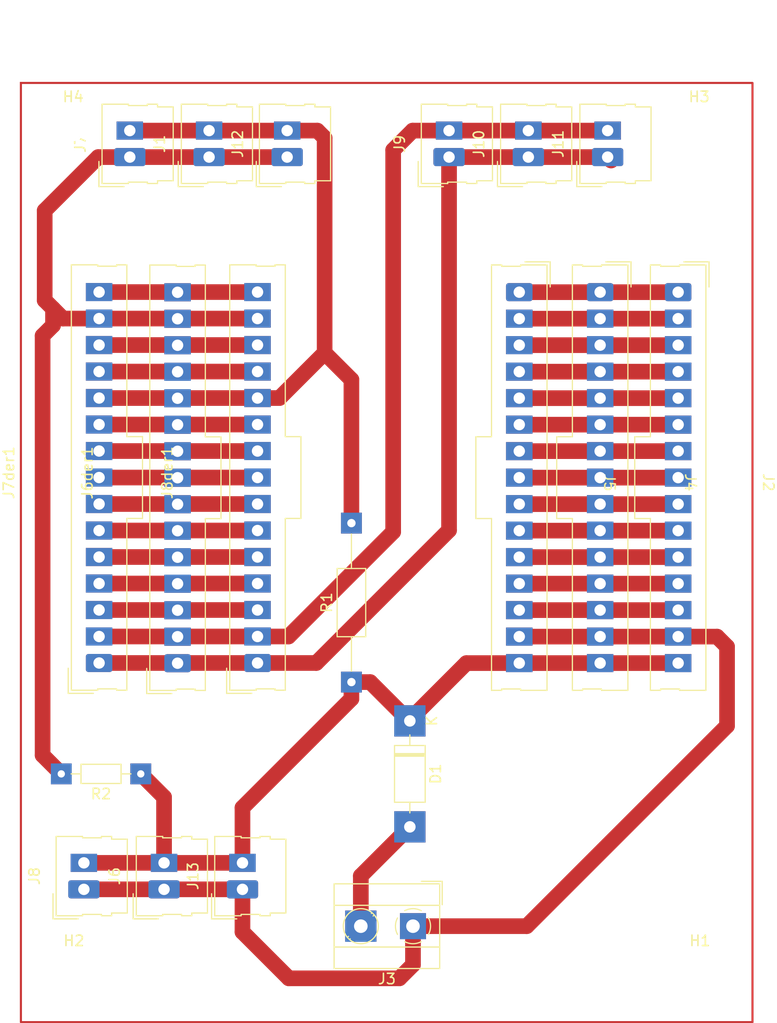
<source format=kicad_pcb>
(kicad_pcb (version 20211014) (generator pcbnew)
  (layers (0 "F.Cu" signal) (31 "B.Cu" signal) (34 "B.Paste" user) (35 "F.Paste" user) (36 "B.SilkS" user "B.Silkscreen") (37 "F.SilkS" user "F.Silkscreen") (38 "B.Mask" user) (39 "F.Mask" user) (44 "Edge.Cuts" user))
  (net 0 "")
  (net 1 "GND")
  (net 2 "VIN")
  (net 3 "D21")
  (net 4 "D22")
  (net 5 "EN")
  (net 6 "VP")
  (net 7 "VN")
  (net 8 "D34")
  (net 9 "D35")
  (net 10 "D32")
  (net 11 "D33")
  (net 12 "D25")
  (net 13 "D26")
  (net 14 "D27")
  (net 15 "D14")
  (net 16 "D12")
  (net 17 "D13")
  (net 18 "3V3")
  (net 19 "GND2")
  (net 20 "D15")
  (net 21 "D2")
  (net 22 "D4")
  (net 23 "RX2")
  (net 24 "TX2")
  (net 25 "D5")
  (net 26 "D18")
  (net 27 "D19")
  (net 28 "RX0")
  (net 29 "TX0")
  (net 30 "D23")
  (net 31 "Net-(J3-Pad2)")
  (footprint "esp32_ur:Connector_Molex_Molex_SL_171971-0004_1x02_P2.54mm_Vertical_squares" (layer "F.Cu") (at 149.3175 69.8 90)
    (fp_text reference "J10" (at 0 -0.5 90 unlocked) (layer "F.SilkS"))
    (fp_text value "Conn_01x02_Female")
    (fp_line (start -3.8 5.92) (end -3.8 6.9) (layer "F.SilkS") (width 0.12))
    (fp_line (start -3.8 6.9) (end -3.54 6.9) (layer "F.SilkS") (width 0.12))
    (fp_line (start 3.54 8.4) (end 3.54 6.9) (layer "F.SilkS") (width 0.12))
    (fp_line (start 3.8 1.58) (end -3.8 1.58) (layer "F.SilkS") (width 0.12))
    (fp_line (start -4.1 1.28) (end -1.69 1.28) (layer "F.SilkS") (width 0.12))
    (fp_line (start -3.8 1.58) (end -3.8 4.11) (layer "F.SilkS") (width 0.12))
    (fp_line (start -3.54 8.4) (end 3.54 8.4) (layer "F.SilkS") (width 0.12))
    (fp_line (start -3.8 4.11) (end -3.67 4.11) (layer "F.SilkS") (width 0.12))
    (fp_line (start -3.54 6.9) (end -3.54 8.4) (layer "F.SilkS") (width 0.12))
    (fp_line (start 3.67 5.92) (end 3.67 4.11) (layer "F.SilkS") (width 0.12))
    (fp_line (start -3.67 4.11) (end -3.67 5.92) (layer "F.SilkS") (width 0.12))
    (fp_line (start 3.8 4.11) (end 3.8 1.58) (layer "F.SilkS") (width 0.12))
    (fp_line (start -4.1 3.69) (end -4.1 1.28) (layer "F.SilkS") (width 0.12))
    (fp_line (start 3.8 6.9) (end 3.8 5.92) (layer "F.SilkS") (width 0.12))
    (fp_line (start -3.67 5.92) (end -3.8 5.92) (layer "F.SilkS") (width 0.12))
    (fp_line (start 3.8 5.92) (end 3.67 5.92) (layer "F.SilkS") (width 0.12))
    (fp_line (start 3.67 4.11) (end 3.8 4.11) (layer "F.SilkS") (width 0.12))
    (fp_line (start 3.54 6.9) (end 3.8 6.9) (layer "F.SilkS") (width 0.12))
    (pad "1" thru_hole roundrect (at -1.27 4.24 90) (size 1.74 3) (drill 1.09) (layers *.Cu *.Mask) (roundrect_rratio 0.1436781609) (net 18 "3V3"))
    (pad "2" thru_hole rect (at 1.27 4.24 90) (size 1.74 2.54) (drill 1.09) (layers *.Cu *.Mask) (net 19 "GND2"))
  )
  (footprint "esp32_ur:Connector_Molex_Molex_SL_171971-0004_1x02_P2.54mm_Vertical_squares" (layer "F.Cu") (at 126.2 69.8 90)
    (fp_text reference "J12" (at 0 -0.5 90 unlocked) (layer "F.SilkS"))
    (fp_text value "Conn_01x02_Female")
    (fp_line (start -3.67 4.11) (end -3.67 5.92) (layer "F.SilkS") (width 0.12))
    (fp_line (start -3.67 5.92) (end -3.8 5.92) (layer "F.SilkS") (width 0.12))
    (fp_line (start -4.1 1.28) (end -1.69 1.28) (layer "F.SilkS") (width 0.12))
    (fp_line (start 3.8 6.9) (end 3.8 5.92) (layer "F.SilkS") (width 0.12))
    (fp_line (start 3.8 5.92) (end 3.67 5.92) (layer "F.SilkS") (width 0.12))
    (fp_line (start -3.8 5.92) (end -3.8 6.9) (layer "F.SilkS") (width 0.12))
    (fp_line (start -3.8 1.58) (end -3.8 4.11) (layer "F.SilkS") (width 0.12))
    (fp_line (start 3.8 4.11) (end 3.8 1.58) (layer "F.SilkS") (width 0.12))
    (fp_line (start 3.67 5.92) (end 3.67 4.11) (layer "F.SilkS") (width 0.12))
    (fp_line (start -4.1 3.69) (end -4.1 1.28) (layer "F.SilkS") (width 0.12))
    (fp_line (start 3.67 4.11) (end 3.8 4.11) (layer "F.SilkS") (width 0.12))
    (fp_line (start -3.54 6.9) (end -3.54 8.4) (layer "F.SilkS") (width 0.12))
    (fp_line (start 3.54 8.4) (end 3.54 6.9) (layer "F.SilkS") (width 0.12))
    (fp_line (start -3.8 6.9) (end -3.54 6.9) (layer "F.SilkS") (width 0.12))
    (fp_line (start 3.54 6.9) (end 3.8 6.9) (layer "F.SilkS") (width 0.12))
    (fp_line (start 3.8 1.58) (end -3.8 1.58) (layer "F.SilkS") (width 0.12))
    (fp_line (start -3.54 8.4) (end 3.54 8.4) (layer "F.SilkS") (width 0.12))
    (fp_line (start -3.8 4.11) (end -3.67 4.11) (layer "F.SilkS") (width 0.12))
    (pad "1" thru_hole roundrect (at -1.27 4.24 90) (size 1.74 3) (drill 1.09) (layers *.Cu *.Mask) (roundrect_rratio 0.1436781609) (net 4 "D22"))
    (pad "2" thru_hole rect (at 1.27 4.24 90) (size 1.74 2.54) (drill 1.09) (layers *.Cu *.Mask) (net 3 "D21"))
  )
  (footprint "Resistor_THT:R_Axial_DIN0204_L3.6mm_D1.6mm_P7.62mm_Horizontal" (layer "F.Cu") (at 116.41 130.2 180)
    (fp_text reference "R2" (at 3.81 -1.92 180) (layer "F.SilkS"))
    (fp_text value "R")
    (fp_line (start 5.73 0.92) (end 5.73 -0.92) (layer "F.SilkS") (width 0.12))
    (fp_line (start 0.94 0) (end 1.89 0) (layer "F.SilkS") (width 0.12))
    (fp_line (start 5.73 -0.92) (end 1.89 -0.92) (layer "F.SilkS") (width 0.12))
    (fp_line (start 6.68 0) (end 5.73 0) (layer "F.SilkS") (width 0.12))
    (fp_line (start 1.89 -0.92) (end 1.89 0.92) (layer "F.SilkS") (width 0.12))
    (fp_line (start 1.89 0.92) (end 5.73 0.92) (layer "F.SilkS") (width 0.12))
    (pad "1" thru_hole rect (at 0 0 180) (size 2 2) (drill 0.7) (layers *.Cu *.Mask) (net 2 "VIN"))
    (pad "2" thru_hole rect (at 7.62 0 180) (size 2 2) (drill 0.7) (layers *.Cu *.Mask) (net 4 "D22"))
  )
  (footprint "Resistor_THT:R_Axial_DIN0207_L6.3mm_D2.5mm_P15.24mm_Horizontal" (layer "F.Cu") (at 136.6 121.4 90)
    (fp_text reference "R1" (at 7.62 -2.37 90) (layer "F.SilkS"))
    (fp_text value "R")
    (fp_line (start 10.89 -1.37) (end 4.35 -1.37) (layer "F.SilkS") (width 0.12))
    (fp_line (start 1.04 0) (end 4.35 0) (layer "F.SilkS") (width 0.12))
    (fp_line (start 14.2 0) (end 10.89 0) (layer "F.SilkS") (width 0.12))
    (fp_line (start 4.35 -1.37) (end 4.35 1.37) (layer "F.SilkS") (width 0.12))
    (fp_line (start 10.89 1.37) (end 10.89 -1.37) (layer "F.SilkS") (width 0.12))
    (fp_line (start 4.35 1.37) (end 10.89 1.37) (layer "F.SilkS") (width 0.12))
    (pad "1" thru_hole rect (at 0 0 90) (size 2 2) (drill 0.8) (layers *.Cu *.Mask) (net 2 "VIN"))
    (pad "2" thru_hole rect (at 15.24 0 90) (size 2 2) (drill 0.8) (layers *.Cu *.Mask) (net 3 "D21"))
  )
  (footprint "esp32_ur:Connector_Molex_Molex_SL_171971-0015_1x15_P2.54mm_Vertical_squares" (layer "F.Cu") (at 111.7875 101.35 90)
    (fp_text reference "J6der1" (at 0 -0.5 90 unlocked) (layer "F.SilkS"))
    (fp_text value "Conn_01x15_Female")
    (fp_line (start 19.8 8.02) (end 19.93 8.02) (layer "F.SilkS") (width 0.12))
    (fp_line (start -4.38 10.81) (end -4.38 12.31) (layer "F.SilkS") (width 0.12))
    (fp_line (start 19.8 9.83) (end 19.8 8.02) (layer "F.SilkS") (width 0.12))
    (fp_line (start 19.93 10.81) (end 19.93 9.83) (layer "F.SilkS") (width 0.12))
    (fp_line (start 3.46 12.31) (end 3.46 10.81) (layer "F.SilkS") (width 0.12))
    (fp_line (start -20.85 9.83) (end -20.85 10.81) (layer "F.SilkS") (width 0.12))
    (fp_line (start 19.93 5.49) (end -20.85 5.49) (layer "F.SilkS") (width 0.12))
    (fp_line (start -20.72 8.02) (end -20.72 9.83) (layer "F.SilkS") (width 0.12))
    (fp_line (start -20.85 8.02) (end -20.72 8.02) (layer "F.SilkS") (width 0.12))
    (fp_line (start -4.38 12.31) (end 3.46 12.31) (layer "F.SilkS") (width 0.12))
    (fp_line (start 19.93 8.02) (end 19.93 5.49) (layer "F.SilkS") (width 0.12))
    (fp_line (start -21.15 7.6) (end -21.15 5.19) (layer "F.SilkS") (width 0.12))
    (fp_line (start -20.72 9.83) (end -20.85 9.83) (layer "F.SilkS") (width 0.12))
    (fp_line (start -21.15 5.19) (end -18.74 5.19) (layer "F.SilkS") (width 0.12))
    (fp_line (start -20.85 10.81) (end -4.38 10.81) (layer "F.SilkS") (width 0.12))
    (fp_line (start -20.85 5.49) (end -20.85 8.02) (layer "F.SilkS") (width 0.12))
    (fp_line (start 19.93 9.83) (end 19.8 9.83) (layer "F.SilkS") (width 0.12))
    (fp_line (start 3.46 10.81) (end 19.93 10.81) (layer "F.SilkS") (width 0.12))
    (pad "1" thru_hole roundrect (at -18.24 8.15 90) (size 1.74 2.54) (drill 1.09) (layers *.Cu *.Mask) (roundrect_rratio 0.1436781609) (net 18 "3V3"))
    (pad "2" thru_hole rect (at -15.7 8.15 90) (size 1.74 2.54) (drill 1.09) (layers *.Cu *.Mask) (net 19 "GND2"))
    (pad "3" thru_hole rect (at -13.16 8.15 90) (size 1.74 2.54) (drill 1.09) (layers *.Cu *.Mask) (net 20 "D15"))
    (pad "4" thru_hole rect (at -10.62 8.15 90) (size 1.74 2.54) (drill 1.09) (layers *.Cu *.Mask) (net 21 "D2"))
    (pad "5" thru_hole rect (at -8.08 8.15 90) (size 1.74 2.54) (drill 1.09) (layers *.Cu *.Mask) (net 22 "D4"))
    (pad "6" thru_hole rect (at -5.54 8.15 90) (size 1.74 2.54) (drill 1.09) (layers *.Cu *.Mask) (net 23 "RX2"))
    (pad "7" thru_hole rect (at -3 8.15 90) (size 1.74 2.54) (drill 1.09) (layers *.Cu *.Mask) (net 24 "TX2"))
    (pad "8" thru_hole rect (at -0.46 8.15 90) (size 1.74 2.54) (drill 1.09) (layers *.Cu *.Mask) (net 25 "D5"))
    (pad "9" thru_hole rect (at 2.08 8.15 90) (size 1.74 2.54) (drill 1.09) (layers *.Cu *.Mask) (net 26 "D18"))
    (pad "10" thru_hole rect (at 4.62 8.15 90) (size 1.74 2.54) (drill 1.09) (layers *.Cu *.Mask) (net 27 "D19"))
    (pad "11" thru_hole rect (at 7.16 8.15 90) (size 1.74 2.54) (drill 1.09) (layers *.Cu *.Mask) (net 3 "D21"))
    (pad "12" thru_hole rect (at 9.7 8.15 90) (size 1.74 2.54) (drill 1.09) (layers *.Cu *.Mask) (net 28 "RX0"))
    (pad "13" thru_hole rect (at 12.24 8.15 90) (size 1.74 2.54) (drill 1.09) (layers *.Cu *.Mask) (net 29 "TX0"))
    (pad "14" thru_hole rect (at 14.78 8.15 90) (size 1.74 2.54) (drill 1.09) (layers *.Cu *.Mask) (net 4 "D22"))
    (pad "15" thru_hole rect (at 17.32 8.15 90) (size 1.74 2.54) (drill 1.09) (layers *.Cu *.Mask) (net 30 "D23"))
  )
  (footprint "esp32_ur:Connector_Molex_Molex_SL_171971-0004_1x02_P2.54mm_Vertical_squares" (layer "F.Cu") (at 141.7175 69.8 90)
    (fp_text reference "J9" (at 0 -0.5 90 unlocked) (layer "F.SilkS"))
    (fp_text value "Conn_01x02_Female")
    (fp_line (start -3.8 5.92) (end -3.8 6.9) (layer "F.SilkS") (width 0.12))
    (fp_line (start -3.67 5.92) (end -3.8 5.92) (layer "F.SilkS") (width 0.12))
    (fp_line (start -3.8 1.58) (end -3.8 4.11) (layer "F.SilkS") (width 0.12))
    (fp_line (start 3.8 1.58) (end -3.8 1.58) (layer "F.SilkS") (width 0.12))
    (fp_line (start 3.54 6.9) (end 3.8 6.9) (layer "F.SilkS") (width 0.12))
    (fp_line (start 3.8 6.9) (end 3.8 5.92) (layer "F.SilkS") (width 0.12))
    (fp_line (start 3.54 8.4) (end 3.54 6.9) (layer "F.SilkS") (width 0.12))
    (fp_line (start -3.54 6.9) (end -3.54 8.4) (layer "F.SilkS") (width 0.12))
    (fp_line (start -3.8 6.9) (end -3.54 6.9) (layer "F.SilkS") (width 0.12))
    (fp_line (start -4.1 1.28) (end -1.69 1.28) (layer "F.SilkS") (width 0.12))
    (fp_line (start -4.1 3.69) (end -4.1 1.28) (layer "F.SilkS") (width 0.12))
    (fp_line (start -3.8 4.11) (end -3.67 4.11) (layer "F.SilkS") (width 0.12))
    (fp_line (start 3.8 4.11) (end 3.8 1.58) (layer "F.SilkS") (width 0.12))
    (fp_line (start 3.67 4.11) (end 3.8 4.11) (layer "F.SilkS") (width 0.12))
    (fp_line (start 3.8 5.92) (end 3.67 5.92) (layer "F.SilkS") (width 0.12))
    (fp_line (start 3.67 5.92) (end 3.67 4.11) (layer "F.SilkS") (width 0.12))
    (fp_line (start -3.67 4.11) (end -3.67 5.92) (layer "F.SilkS") (width 0.12))
    (fp_line (start -3.54 8.4) (end 3.54 8.4) (layer "F.SilkS") (width 0.12))
    (pad "1" thru_hole roundrect (at -1.27 4.24 90) (size 1.74 3) (drill 1.09) (layers *.Cu *.Mask) (roundrect_rratio 0.1436781609) (net 18 "3V3"))
    (pad "2" thru_hole rect (at 1.27 4.24 90) (size 1.74 2.54) (drill 1.09) (layers *.Cu *.Mask) (net 19 "GND2"))
  )
  (footprint "esp32_ur:Connector_Molex_Molex_SL_171971-0004_1x02_P2.54mm_Vertical_squares" (layer "F.Cu") (at 118.7175 69.8 90)
    (fp_text reference "J1" (at 0 -0.5 90 unlocked) (layer "F.SilkS"))
    (fp_text value "Conn_01x02_Female")
    (fp_line (start 3.8 5.92) (end 3.67 5.92) (layer "F.SilkS") (width 0.12))
    (fp_line (start 3.8 6.9) (end 3.8 5.92) (layer "F.SilkS") (width 0.12))
    (fp_line (start -3.8 4.11) (end -3.67 4.11) (layer "F.SilkS") (width 0.12))
    (fp_line (start 3.54 8.4) (end 3.54 6.9) (layer "F.SilkS") (width 0.12))
    (fp_line (start 3.8 4.11) (end 3.8 1.58) (layer "F.SilkS") (width 0.12))
    (fp_line (start 3.54 6.9) (end 3.8 6.9) (layer "F.SilkS") (width 0.12))
    (fp_line (start -4.1 3.69) (end -4.1 1.28) (layer "F.SilkS") (width 0.12))
    (fp_line (start 3.67 5.92) (end 3.67 4.11) (layer "F.SilkS") (width 0.12))
    (fp_line (start -3.54 6.9) (end -3.54 8.4) (layer "F.SilkS") (width 0.12))
    (fp_line (start -3.8 6.9) (end -3.54 6.9) (layer "F.SilkS") (width 0.12))
    (fp_line (start -3.67 4.11) (end -3.67 5.92) (layer "F.SilkS") (width 0.12))
    (fp_line (start 3.8 1.58) (end -3.8 1.58) (layer "F.SilkS") (width 0.12))
    (fp_line (start -3.8 1.58) (end -3.8 4.11) (layer "F.SilkS") (width 0.12))
    (fp_line (start -3.67 5.92) (end -3.8 5.92) (layer "F.SilkS") (width 0.12))
    (fp_line (start 3.67 4.11) (end 3.8 4.11) (layer "F.SilkS") (width 0.12))
    (fp_line (start -4.1 1.28) (end -1.69 1.28) (layer "F.SilkS") (width 0.12))
    (fp_line (start -3.8 5.92) (end -3.8 6.9) (layer "F.SilkS") (width 0.12))
    (fp_line (start -3.54 8.4) (end 3.54 8.4) (layer "F.SilkS") (width 0.12))
    (pad "1" thru_hole roundrect (at -1.27 4.24 90) (size 1.74 3) (drill 1.09) (layers *.Cu *.Mask) (roundrect_rratio 0.1436781609) (net 4 "D22"))
    (pad "2" thru_hole rect (at 1.27 4.24 90) (size 1.74 2.54) (drill 1.09) (layers *.Cu *.Mask) (net 3 "D21"))
  )
  (footprint "MountingHole:MountingHole_2.1mm" (layer "F.Cu") (at 109.93 68.49)
    (fp_text reference "H4" (at 0 -3.2) (layer "F.SilkS"))
    (fp_text value "MountingHole")
    (pad "" np_thru_hole circle (at 0 0) (size 2.1 2.1) (drill 2.1) (layers *.Cu *.Mask))
  )
  (footprint "MountingHole:MountingHole_2.1mm" (layer "F.Cu") (at 110 149.4)
    (fp_text reference "H2" (at 0 -3.2) (layer "F.SilkS"))
    (fp_text value "MountingHole")
    (pad "" np_thru_hole circle (at 0 0) (size 2.1 2.1) (drill 2.1) (layers *.Cu *.Mask))
  )
  (footprint "esp32_ur:Connector_Molex_Molex_SL_171971-0004_1x02_P2.54mm_Vertical_squares" (layer "F.Cu") (at 111.1175 69.8 90)
    (fp_text reference "J7" (at 0 -0.5 90 unlocked) (layer "F.SilkS"))
    (fp_text value "Conn_01x02_Female")
    (fp_line (start -3.67 5.92) (end -3.8 5.92) (layer "F.SilkS") (width 0.12))
    (fp_line (start -3.8 5.92) (end -3.8 6.9) (layer "F.SilkS") (width 0.12))
    (fp_line (start -3.8 6.9) (end -3.54 6.9) (layer "F.SilkS") (width 0.12))
    (fp_line (start -3.54 8.4) (end 3.54 8.4) (layer "F.SilkS") (width 0.12))
    (fp_line (start 3.54 6.9) (end 3.8 6.9) (layer "F.SilkS") (width 0.12))
    (fp_line (start -4.1 1.28) (end -1.69 1.28) (layer "F.SilkS") (width 0.12))
    (fp_line (start -3.54 6.9) (end -3.54 8.4) (layer "F.SilkS") (width 0.12))
    (fp_line (start 3.8 6.9) (end 3.8 5.92) (layer "F.SilkS") (width 0.12))
    (fp_line (start 3.8 4.11) (end 3.8 1.58) (layer "F.SilkS") (width 0.12))
    (fp_line (start -4.1 3.69) (end -4.1 1.28) (layer "F.SilkS") (width 0.12))
    (fp_line (start 3.54 8.4) (end 3.54 6.9) (layer "F.SilkS") (width 0.12))
    (fp_line (start 3.8 5.92) (end 3.67 5.92) (layer "F.SilkS") (width 0.12))
    (fp_line (start 3.67 5.92) (end 3.67 4.11) (layer "F.SilkS") (width 0.12))
    (fp_line (start 3.8 1.58) (end -3.8 1.58) (layer "F.SilkS") (width 0.12))
    (fp_line (start -3.67 4.11) (end -3.67 5.92) (layer "F.SilkS") (width 0.12))
    (fp_line (start -3.8 4.11) (end -3.67 4.11) (layer "F.SilkS") (width 0.12))
    (fp_line (start 3.67 4.11) (end 3.8 4.11) (layer "F.SilkS") (width 0.12))
    (fp_line (start -3.8 1.58) (end -3.8 4.11) (layer "F.SilkS") (width 0.12))
    (pad "1" thru_hole roundrect (at -1.27 4.24 90) (size 1.74 3) (drill 1.09) (layers *.Cu *.Mask) (roundrect_rratio 0.1436781609) (net 4 "D22"))
    (pad "2" thru_hole rect (at 1.27 4.24 90) (size 1.74 2.54) (drill 1.09) (layers *.Cu *.Mask) (net 3 "D21"))
  )
  (footprint "esp32_ur:Connector_Molex_Molex_SL_171971-0004_1x02_P2.54mm_Vertical_squares" (layer "F.Cu") (at 156.9175 69.8 90)
    (fp_text reference "J11" (at 0 -0.5 90 unlocked) (layer "F.SilkS"))
    (fp_text value "Conn_01x02_Female")
    (fp_line (start -3.8 1.58) (end -3.8 4.11) (layer "F.SilkS") (width 0.12))
    (fp_line (start -3.54 8.4) (end 3.54 8.4) (layer "F.SilkS") (width 0.12))
    (fp_line (start -3.67 4.11) (end -3.67 5.92) (layer "F.SilkS") (width 0.12))
    (fp_line (start -4.1 3.69) (end -4.1 1.28) (layer "F.SilkS") (width 0.12))
    (fp_line (start -3.8 5.92) (end -3.8 6.9) (layer "F.SilkS") (width 0.12))
    (fp_line (start -3.8 6.9) (end -3.54 6.9) (layer "F.SilkS") (width 0.12))
    (fp_line (start 3.8 4.11) (end 3.8 1.58) (layer "F.SilkS") (width 0.12))
    (fp_line (start 3.8 1.58) (end -3.8 1.58) (layer "F.SilkS") (width 0.12))
    (fp_line (start 3.8 6.9) (end 3.8 5.92) (layer "F.SilkS") (width 0.12))
    (fp_line (start -4.1 1.28) (end -1.69 1.28) (layer "F.SilkS") (width 0.12))
    (fp_line (start 3.54 6.9) (end 3.8 6.9) (layer "F.SilkS") (width 0.12))
    (fp_line (start 3.54 8.4) (end 3.54 6.9) (layer "F.SilkS") (width 0.12))
    (fp_line (start 3.67 4.11) (end 3.8 4.11) (layer "F.SilkS") (width 0.12))
    (fp_line (start -3.54 6.9) (end -3.54 8.4) (layer "F.SilkS") (width 0.12))
    (fp_line (start -3.67 5.92) (end -3.8 5.92) (layer "F.SilkS") (width 0.12))
    (fp_line (start 3.67 5.92) (end 3.67 4.11) (layer "F.SilkS") (width 0.12))
    (fp_line (start 3.8 5.92) (end 3.67 5.92) (layer "F.SilkS") (width 0.12))
    (fp_line (start -3.8 4.11) (end -3.67 4.11) (layer "F.SilkS") (width 0.12))
    (pad "1" thru_hole roundrect (at -1.27 4.24 90) (size 1.74 3) (drill 1.09) (layers *.Cu *.Mask) (roundrect_rratio 0.1436781609) (net 18 "3V3"))
    (pad "2" thru_hole rect (at 1.27 4.24 90) (size 1.74 2.54) (drill 1.09) (layers *.Cu *.Mask) (net 19 "GND2"))
  )
  (footprint "MountingHole:MountingHole_2.1mm" (layer "F.Cu") (at 170 149.4)
    (fp_text reference "H1" (at 0 -3.2) (layer "F.SilkS"))
    (fp_text value "MountingHole")
    (pad "" np_thru_hole circle (at 0 0) (size 2.1 2.1) (drill 2.1) (layers *.Cu *.Mask))
  )
  (footprint "esp32_ur:Connector_Molex_Molex_SL_171971-0015_1x15_P2.54mm_Vertical_squares" (layer "F.Cu") (at 168.5875 102.26 -90)
    (fp_text reference "J4" (at 0 -0.5 -90 unlocked) (layer "F.SilkS"))
    (fp_text value "Conn_01x15_Female")
    (fp_line (start -20.85 10.81) (end -4.38 10.81) (layer "F.SilkS") (width 0.12))
    (fp_line (start -21.15 7.6) (end -21.15 5.19) (layer "F.SilkS") (width 0.12))
    (fp_line (start 3.46 10.81) (end 19.93 10.81) (layer "F.SilkS") (width 0.12))
    (fp_line (start 19.93 8.02) (end 19.93 5.49) (layer "F.SilkS") (width 0.12))
    (fp_line (start -20.72 8.02) (end -20.72 9.83) (layer "F.SilkS") (width 0.12))
    (fp_line (start -4.38 10.81) (end -4.38 12.31) (layer "F.SilkS") (width 0.12))
    (fp_line (start -20.72 9.83) (end -20.85 9.83) (layer "F.SilkS") (width 0.12))
    (fp_line (start 19.93 5.49) (end -20.85 5.49) (layer "F.SilkS") (width 0.12))
    (fp_line (start 3.46 12.31) (end 3.46 10.81) (layer "F.SilkS") (width 0.12))
    (fp_line (start 19.93 10.81) (end 19.93 9.83) (layer "F.SilkS") (width 0.12))
    (fp_line (start 19.8 9.83) (end 19.8 8.02) (layer "F.SilkS") (width 0.12))
    (fp_line (start 19.8 8.02) (end 19.93 8.02) (layer "F.SilkS") (width 0.12))
    (fp_line (start 19.93 9.83) (end 19.8 9.83) (layer "F.SilkS") (width 0.12))
    (fp_line (start -21.15 5.19) (end -18.74 5.19) (layer "F.SilkS") (width 0.12))
    (fp_line (start -4.38 12.31) (end 3.46 12.31) (layer "F.SilkS") (width 0.12))
    (fp_line (start -20.85 8.02) (end -20.72 8.02) (layer "F.SilkS") (width 0.12))
    (fp_line (start -20.85 5.49) (end -20.85 8.02) (layer "F.SilkS") (width 0.12))
    (fp_line (start -20.85 9.83) (end -20.85 10.81) (layer "F.SilkS") (width 0.12))
    (pad "1" thru_hole roundrect (at -18.24 8.15 270) (size 1.74 2.54) (drill 1.09) (layers *.Cu *.Mask) (roundrect_rratio 0.1436781609) (net 5 "EN"))
    (pad "2" thru_hole rect (at -15.7 8.15 270) (size 1.74 2.54) (drill 1.09) (layers *.Cu *.Mask) (net 6 "VP"))
    (pad "3" thru_hole rect (at -13.16 8.15 270) (size 1.74 2.54) (drill 1.09) (layers *.Cu *.Mask) (net 7 "VN"))
    (pad "4" thru_hole rect (at -10.62 8.15 270) (size 1.74 2.54) (drill 1.09) (layers *.Cu *.Mask) (net 8 "D34"))
    (pad "5" thru_hole rect (at -8.08 8.15 270) (size 1.74 2.54) (drill 1.09) (layers *.Cu *.Mask) (net 9 "D35"))
    (pad "6" thru_hole rect (at -5.54 8.15 270) (size 1.74 2.54) (drill 1.09) (layers *.Cu *.Mask) (net 10 "D32"))
    (pad "7" thru_hole rect (at -3 8.15 270) (size 1.74 2.54) (drill 1.09) (layers *.Cu *.Mask) (net 11 "D33"))
    (pad "8" thru_hole rect (at -0.46 8.15 270) (size 1.74 2.54) (drill 1.09) (layers *.Cu *.Mask) (net 12 "D25"))
    (pad "9" thru_hole rect (at 2.08 8.15 270) (size 1.74 2.54) (drill 1.09) (layers *.Cu *.Mask) (net 13 "D26"))
    (pad "10" thru_hole rect (at 4.62 8.15 270) (size 1.74 2.54) (drill 1.09) (layers *.Cu *.Mask) (net 14 "D27"))
    (pad "11" thru_hole rect (at 7.16 8.15 270) (size 1.74 2.54) (drill 1.09) (layers *.Cu *.Mask) (net 15 "D14"))
    (pad "12" thru_hole rect (at 9.7 8.15 270) (size 1.74 2.54) (drill 1.09) (layers *.Cu *.Mask) (net 16 "D12"))
    (pad "13" thru_hole rect (at 12.24 8.15 270) (size 1.74 2.54) (drill 1.09) (layers *.Cu *.Mask) (net 17 "D13"))
    (pad "14" thru_hole rect (at 14.78 8.15 270) (size 1.74 2.54) (drill 1.09) (layers *.Cu *.Mask) (net 1 "GND"))
    (pad "15" thru_hole rect (at 17.32 8.15 270) (size 1.74 2.54) (drill 1.09) (layers *.Cu *.Mask) (net 2 "VIN"))
  )
  (footprint "esp32_ur:Connector_Molex_Molex_SL_171971-0015_1x15_P2.54mm_Vertical_squares" (layer "F.Cu") (at 104.265 101.33 90)
    (fp_text reference "J7der1" (at 0 -0.5 90 unlocked) (layer "F.SilkS"))
    (fp_text value "Conn_01x15_Female")
    (fp_line (start -4.38 10.81) (end -4.38 12.31) (layer "F.SilkS") (width 0.12))
    (fp_line (start -20.72 9.83) (end -20.85 9.83) (layer "F.SilkS") (width 0.12))
    (fp_line (start 19.8 9.83) (end 19.8 8.02) (layer "F.SilkS") (width 0.12))
    (fp_line (start 19.93 9.83) (end 19.8 9.83) (layer "F.SilkS") (width 0.12))
    (fp_line (start 3.46 10.81) (end 19.93 10.81) (layer "F.SilkS") (width 0.12))
    (fp_line (start -20.72 8.02) (end -20.72 9.83) (layer "F.SilkS") (width 0.12))
    (fp_line (start -20.85 9.83) (end -20.85 10.81) (layer "F.SilkS") (width 0.12))
    (fp_line (start -21.15 5.19) (end -18.74 5.19) (layer "F.SilkS") (width 0.12))
    (fp_line (start -20.85 10.81) (end -4.38 10.81) (layer "F.SilkS") (width 0.12))
    (fp_line (start 19.8 8.02) (end 19.93 8.02) (layer "F.SilkS") (width 0.12))
    (fp_line (start 19.93 8.02) (end 19.93 5.49) (layer "F.SilkS") (width 0.12))
    (fp_line (start -21.15 7.6) (end -21.15 5.19) (layer "F.SilkS") (width 0.12))
    (fp_line (start -20.85 8.02) (end -20.72 8.02) (layer "F.SilkS") (width 0.12))
    (fp_line (start -20.85 5.49) (end -20.85 8.02) (layer "F.SilkS") (width 0.12))
    (fp_line (start 19.93 5.49) (end -20.85 5.49) (layer "F.SilkS") (width 0.12))
    (fp_line (start 19.93 10.81) (end 19.93 9.83) (layer "F.SilkS") (width 0.12))
    (fp_line (start 3.46 12.31) (end 3.46 10.81) (layer "F.SilkS") (width 0.12))
    (fp_line (start -4.38 12.31) (end 3.46 12.31) (layer "F.SilkS") (width 0.12))
    (pad "1" thru_hole roundrect (at -18.24 8.15 90) (size 1.74 2.54) (drill 1.09) (layers *.Cu *.Mask) (roundrect_rratio 0.1436781609) (net 18 "3V3"))
    (pad "2" thru_hole rect (at -15.7 8.15 90) (size 1.74 2.54) (drill 1.09) (layers *.Cu *.Mask) (net 19 "GND2"))
    (pad "3" thru_hole rect (at -13.16 8.15 90) (size 1.74 2.54) (drill 1.09) (layers *.Cu *.Mask) (net 20 "D15"))
    (pad "4" thru_hole rect (at -10.62 8.15 90) (size 1.74 2.54) (drill 1.09) (layers *.Cu *.Mask) (net 21 "D2"))
    (pad "5" thru_hole rect (at -8.08 8.15 90) (size 1.74 2.54) (drill 1.09) (layers *.Cu *.Mask) (net 22 "D4"))
    (pad "6" thru_hole rect (at -5.54 8.15 90) (size 1.74 2.54) (drill 1.09) (layers *.Cu *.Mask) (net 23 "RX2"))
    (pad "7" thru_hole rect (at -3 8.15 90) (size 1.74 2.54) (drill 1.09) (layers *.Cu *.Mask) (net 24 "TX2"))
    (pad "8" thru_hole rect (at -0.46 8.15 90) (size 1.74 2.54) (drill 1.09) (layers *.Cu *.Mask) (net 25 "D5"))
    (pad "9" thru_hole rect (at 2.08 8.15 90) (size 1.74 2.54) (drill 1.09) (layers *.Cu *.Mask) (net 26 "D18"))
    (pad "10" thru_hole rect (at 4.62 8.15 90) (size 1.74 2.54) (drill 1.09) (layers *.Cu *.Mask) (net 27 "D19"))
    (pad "11" thru_hole rect (at 7.16 8.15 90) (size 1.74 2.54) (drill 1.09) (layers *.Cu *.Mask) (net 3 "D21"))
    (pad "12" thru_hole rect (at 9.7 8.15 90) (size 1.74 2.54) (drill 1.09) (layers *.Cu *.Mask) (net 28 "RX0"))
    (pad "13" thru_hole rect (at 12.24 8.15 90) (size 1.74 2.54) (drill 1.09) (layers *.Cu *.Mask) (net 29 "TX0"))
    (pad "14" thru_hole rect (at 14.78 8.15 90) (size 1.74 2.54) (drill 1.09) (layers *.Cu *.Mask) (net 4 "D22"))
    (pad "15" thru_hole rect (at 17.32 8.15 90) (size 1.74 2.54) (drill 1.09) (layers *.Cu *.Mask) (net 30 "D23"))
  )
  (footprint "MountingHole:MountingHole_2.1mm" (layer "F.Cu") (at 169.93 68.49)
    (fp_text reference "H3" (at 0 -3.2) (layer "F.SilkS"))
    (fp_text value "MountingHole")
    (pad "" np_thru_hole circle (at 0 0) (size 2.1 2.1) (drill 2.1) (layers *.Cu *.Mask))
  )
  (footprint "TerminalBlock_MetzConnect:TerminalBlock_MetzConnect_Type055_RT01502HDWU_1x02_P5.00mm_Horizontal" (layer "F.Cu") (at 142.5 144.8 180)
    (fp_text reference "J3" (at 2.5 -5.06) (layer "F.SilkS"))
    (fp_text value "Screw_Terminal_01x02")
    (fp_line (start -2.56 -4.06) (end -2.56 4.06) (layer "F.SilkS") (width 0.12))
    (fp_line (start -2.56 -2) (end 7.56 -2) (layer "F.SilkS") (width 0.12))
    (fp_line (start 7.56 -4.06) (end 7.56 4.06) (layer "F.SilkS") (width 0.12))
    (fp_line (start 6.07 -1.275) (end 6.011 -1.216) (layer "F.SilkS") (width 0.12))
    (fp_line (start 6.275 -1.069) (end 6.181 -0.976) (layer "F.SilkS") (width 0.12))
    (fp_line (start -2.56 2) (end 7.56 2) (layer "F.SilkS") (width 0.12))
    (fp_line (start -2.8 2.06) (end -2.8 4.3) (layer "F.SilkS") (width 0.12))
    (fp_line (start 3.82 0.976) (end 3.726 1.069) (layer "F.SilkS") (width 0.12))
    (fp_line (start -2.56 -4.06) (end 7.56 -4.06) (layer "F.SilkS") (width 0.12))
    (fp_line (start -2.8 4.3) (end -0.8 4.3) (layer "F.SilkS") (width 0.12))
    (fp_line (start -2.56 4.06) (end 7.56 4.06) (layer "F.SilkS") (width 0.12))
    (fp_line (start 3.99 1.216) (end 3.931 1.274) (layer "F.SilkS") (width 0.12))
    (fp_arc (start 0.788712 1.483352) (mid 0.406429 1.630097) (end 0 1.68) (layer "F.SilkS") (width 0.12))
    (fp_arc (start 0.029383 1.68045) (mid -0.392304 1.634281) (end -0.789 1.484) (layer "F.SilkS") (width 0.12))
    (fp_arc (start 1.483953 -0.789089) (mid 1.680708 -0.00005) (end 1.484 0.789) (layer "F.SilkS") (width 0.12))
    (fp_arc (start -1.483953 0.789089) (mid -1.680708 0.00005) (end -1.484 -0.789) (layer "F.SilkS") (width 0.12))
    (fp_arc (start -0.789089 -1.483953) (mid -0.00005 -1.680708) (end 0.789 -1.484) (layer "F.SilkS") (width 0.12))
    (fp_circle (center 5 0) (end 6.68 0) (layer "F.SilkS") (width 0.12) (fill none))
    (pad "1" thru_hole rect (at 0 0 180) (size 2.5 2.5) (drill 1.3) (layers *.Cu *.Mask) (net 1 "GND"))
    (pad "2" thru_hole rect (at 5 0 180) (size 3 3) (drill 1.3) (layers *.Cu *.Mask) (net 31 "Net-(J3-Pad2)"))
  )
  (footprint "esp32_ur:Connector_Molex_Molex_SL_171971-0004_1x02_P2.54mm_Vertical_squares" (layer "F.Cu") (at 114.4 140 90)
    (fp_text reference "J6" (at 0 -0.5 90 unlocked) (layer "F.SilkS"))
    (fp_text value "Conn_01x02_Female")
    (fp_line (start -3.8 1.58) (end -3.8 4.11) (layer "F.SilkS") (width 0.12))
    (fp_line (start 3.8 6.9) (end 3.8 5.92) (layer "F.SilkS") (width 0.12))
    (fp_line (start 3.67 5.92) (end 3.67 4.11) (layer "F.SilkS") (width 0.12))
    (fp_line (start -4.1 3.69) (end -4.1 1.28) (layer "F.SilkS") (width 0.12))
    (fp_line (start -4.1 1.28) (end -1.69 1.28) (layer "F.SilkS") (width 0.12))
    (fp_line (start -3.67 4.11) (end -3.67 5.92) (layer "F.SilkS") (width 0.12))
    (fp_line (start 3.54 6.9) (end 3.8 6.9) (layer "F.SilkS") (width 0.12))
    (fp_line (start -3.8 5.92) (end -3.8 6.9) (layer "F.SilkS") (width 0.12))
    (fp_line (start 3.67 4.11) (end 3.8 4.11) (layer "F.SilkS") (width 0.12))
    (fp_line (start -3.8 4.11) (end -3.67 4.11) (layer "F.SilkS") (width 0.12))
    (fp_line (start -3.67 5.92) (end -3.8 5.92) (layer "F.SilkS") (width 0.12))
    (fp_line (start 3.54 8.4) (end 3.54 6.9) (layer "F.SilkS") (width 0.12))
    (fp_line (start -3.8 6.9) (end -3.54 6.9) (layer "F.SilkS") (width 0.12))
    (fp_line (start 3.8 1.58) (end -3.8 1.58) (layer "F.SilkS") (width 0.12))
    (fp_line (start -3.54 8.4) (end 3.54 8.4) (layer "F.SilkS") (width 0.12))
    (fp_line (start 3.8 4.11) (end 3.8 1.58) (layer "F.SilkS") (width 0.12))
    (fp_line (start -3.54 6.9) (end -3.54 8.4) (layer "F.SilkS") (width 0.12))
    (fp_line (start 3.8 5.92) (end 3.67 5.92) (layer "F.SilkS") (width 0.12))
    (pad "1" thru_hole roundrect (at -1.27 4.24 90) (size 1.74 3) (drill 1.09) (layers *.Cu *.Mask) (roundrect_rratio 0.1436781609) (net 1 "GND"))
    (pad "2" thru_hole rect (at 1.27 4.24 90) (size 1.74 2.54) (drill 1.09) (layers *.Cu *.Mask) (net 2 "VIN"))
  )
  (footprint "esp32_ur:Connector_Molex_Molex_SL_171971-0004_1x02_P2.54mm_Vertical_squares" (layer "F.Cu") (at 121.9175 140 90)
    (fp_text reference "J13" (at 0 -0.5 90 unlocked) (layer "F.SilkS"))
    (fp_text value "Conn_01x02_Female")
    (fp_line (start 3.8 6.9) (end 3.8 5.92) (layer "F.SilkS") (width 0.12))
    (fp_line (start -3.8 4.11) (end -3.67 4.11) (layer "F.SilkS") (width 0.12))
    (fp_line (start -3.8 1.58) (end -3.8 4.11) (layer "F.SilkS") (width 0.12))
    (fp_line (start -3.8 5.92) (end -3.8 6.9) (layer "F.SilkS") (width 0.12))
    (fp_line (start -3.8 6.9) (end -3.54 6.9) (layer "F.SilkS") (width 0.12))
    (fp_line (start 3.8 5.92) (end 3.67 5.92) (layer "F.SilkS") (width 0.12))
    (fp_line (start -3.67 5.92) (end -3.8 5.92) (layer "F.SilkS") (width 0.12))
    (fp_line (start -3.67 4.11) (end -3.67 5.92) (layer "F.SilkS") (width 0.12))
    (fp_line (start 3.67 4.11) (end 3.8 4.11) (layer "F.SilkS") (width 0.12))
    (fp_line (start 3.8 4.11) (end 3.8 1.58) (layer "F.SilkS") (width 0.12))
    (fp_line (start 3.8 1.58) (end -3.8 1.58) (layer "F.SilkS") (width 0.12))
    (fp_line (start -4.1 1.28) (end -1.69 1.28) (layer "F.SilkS") (width 0.12))
    (fp_line (start -3.54 6.9) (end -3.54 8.4) (layer "F.SilkS") (width 0.12))
    (fp_line (start -3.54 8.4) (end 3.54 8.4) (layer "F.SilkS") (width 0.12))
    (fp_line (start -4.1 3.69) (end -4.1 1.28) (layer "F.SilkS") (width 0.12))
    (fp_line (start 3.54 8.4) (end 3.54 6.9) (layer "F.SilkS") (width 0.12))
    (fp_line (start 3.67 5.92) (end 3.67 4.11) (layer "F.SilkS") (width 0.12))
    (fp_line (start 3.54 6.9) (end 3.8 6.9) (layer "F.SilkS") (width 0.12))
    (pad "1" thru_hole roundrect (at -1.27 4.24 90) (size 1.74 3) (drill 1.09) (layers *.Cu *.Mask) (roundrect_rratio 0.1436781609) (net 1 "GND"))
    (pad "2" thru_hole rect (at 1.27 4.24 90) (size 1.74 2.54) (drill 1.09) (layers *.Cu *.Mask) (net 2 "VIN"))
  )
  (footprint "esp32_ur:Connector_Molex_Molex_SL_171971-0015_1x15_P2.54mm_Vertical_squares" (layer "F.Cu") (at 119.45 101.33 90)
    (fp_text reference "J8der1" (at 0 -0.5 90 unlocked) (layer "F.SilkS"))
    (fp_text value "Conn_01x15_Female")
    (fp_line (start -20.85 10.81) (end -4.38 10.81) (layer "F.SilkS") (width 0.12))
    (fp_line (start 19.93 5.49) (end -20.85 5.49) (layer "F.SilkS") (width 0.12))
    (fp_line (start -20.72 9.83) (end -20.85 9.83) (layer "F.SilkS") (width 0.12))
    (fp_line (start -20.85 8.02) (end -20.72 8.02) (layer "F.SilkS") (width 0.12))
    (fp_line (start 19.8 8.02) (end 19.93 8.02) (layer "F.SilkS") (width 0.12))
    (fp_line (start -20.72 8.02) (end -20.72 9.83) (layer "F.SilkS") (width 0.12))
    (fp_line (start 19.93 9.83) (end 19.8 9.83) (layer "F.SilkS") (width 0.12))
    (fp_line (start -20.85 9.83) (end -20.85 10.81) (layer "F.SilkS") (width 0.12))
    (fp_line (start 3.46 10.81) (end 19.93 10.81) (layer "F.SilkS") (width 0.12))
    (fp_line (start 19.93 8.02) (end 19.93 5.49) (layer "F.SilkS") (width 0.12))
    (fp_line (start 19.8 9.83) (end 19.8 8.02) (layer "F.SilkS") (width 0.12))
    (fp_line (start -4.38 12.31) (end 3.46 12.31) (layer "F.SilkS") (width 0.12))
    (fp_line (start -21.15 7.6) (end -21.15 5.19) (layer "F.SilkS") (width 0.12))
    (fp_line (start -20.85 5.49) (end -20.85 8.02) (layer "F.SilkS") (width 0.12))
    (fp_line (start -21.15 5.19) (end -18.74 5.19) (layer "F.SilkS") (width 0.12))
    (fp_line (start 19.93 10.81) (end 19.93 9.83) (layer "F.SilkS") (width 0.12))
    (fp_line (start -4.38 10.81) (end -4.38 12.31) (layer "F.SilkS") (width 0.12))
    (fp_line (start 3.46 12.31) (end 3.46 10.81) (layer "F.SilkS") (width 0.12))
    (pad "1" thru_hole roundrect (at -18.24 8.15 90) (size 1.74 2.54) (drill 1.09) (layers *.Cu *.Mask) (roundrect_rratio 0.1436781609) (net 18 "3V3"))
    (pad "2" thru_hole rect (at -15.7 8.15 90) (size 1.74 2.54) (drill 1.09) (layers *.Cu *.Mask) (net 19 "GND2"))
    (pad "3" thru_hole rect (at -13.16 8.15 90) (size 1.74 2.54) (drill 1.09) (layers *.Cu *.Mask) (net 20 "D15"))
    (pad "4" thru_hole rect (at -10.62 8.15 90) (size 1.74 2.54) (drill 1.09) (layers *.Cu *.Mask) (net 21 "D2"))
    (pad "5" thru_hole rect (at -8.08 8.15 90) (size 1.74 2.54) (drill 1.09) (layers *.Cu *.Mask) (net 22 "D4"))
    (pad "6" thru_hole rect (at -5.54 8.15 90) (size 1.74 2.54) (drill 1.09) (layers *.Cu *.Mask) (net 23 "RX2"))
    (pad "7" thru_hole rect (at -3 8.15 90) (size 1.74 2.54) (drill 1.09) (layers *.Cu *.Mask) (net 24 "TX2"))
    (pad "8" thru_hole rect (at -0.46 8.15 90) (size 1.74 2.54) (drill 1.09) (layers *.Cu *.Mask) (net 25 "D5"))
    (pad "9" thru_hole rect (at 2.08 8.15 90) (size 1.74 2.54) (drill 1.09) (layers *.Cu *.Mask) (net 26 "D18"))
    (pad "10" thru_hole rect (at 4.62 8.15 90) (size 1.74 2.54) (drill 1.09) (layers *.Cu *.Mask) (net 27 "D19"))
    (pad "11" thru_hole rect (at 7.16 8.15 90) (size 1.74 2.54) (drill 1.09) (layers *.Cu *.Mask) (net 3 "D21"))
    (pad "12" thru_hole rect (at 9.7 8.15 90) (size 1.74 2.54) (drill 1.09) (layers *.Cu *.Mask) (net 28 "RX0"))
    (pad "13" thru_hole rect (at 12.24 8.15 90) (size 1.74 2.54) (drill 1.09) (layers *.Cu *.Mask) (net 29 "TX0"))
    (pad "14" thru_hole rect (at 14.78 8.15 90) (size 1.74 2.54) (drill 1.09) (layers *.Cu *.Mask) (net 4 "D22"))
    (pad "15" thru_hole rect (at 17.32 8.15 90) (size 1.74 2.54) (drill 1.09) (layers *.Cu *.Mask) (net 30 "D23"))
  )
  (footprint "esp32_ur:Connector_Molex_Molex_SL_171971-0004_1x02_P2.54mm_Vertical_squares" (layer "F.Cu") (at 106.7175 140 90)
    (fp_text reference "J8" (at 0 -0.5 90 unlocked) (layer "F.SilkS"))
    (fp_text value "Conn_01x02_Female")
    (fp_line (start -4.1 1.28) (end -1.69 1.28) (layer "F.SilkS") (width 0.12))
    (fp_line (start -3.54 6.9) (end -3.54 8.4) (layer "F.SilkS") (width 0.12))
    (fp_line (start 3.67 5.92) (end 3.67 4.11) (layer "F.SilkS") (width 0.12))
    (fp_line (start 3.67 4.11) (end 3.8 4.11) (layer "F.SilkS") (width 0.12))
    (fp_line (start 3.8 6.9) (end 3.8 5.92) (layer "F.SilkS") (width 0.12))
    (fp_line (start -3.54 8.4) (end 3.54 8.4) (layer "F.SilkS") (width 0.12))
    (fp_line (start -3.8 1.58) (end -3.8 4.11) (layer "F.SilkS") (width 0.12))
    (fp_line (start -3.8 5.92) (end -3.8 6.9) (layer "F.SilkS") (width 0.12))
    (fp_line (start -3.8 6.9) (end -3.54 6.9) (layer "F.SilkS") (width 0.12))
    (fp_line (start -3.67 4.11) (end -3.67 5.92) (layer "F.SilkS") (width 0.12))
    (fp_line (start 3.8 1.58) (end -3.8 1.58) (layer "F.SilkS") (width 0.12))
    (fp_line (start 3.8 5.92) (end 3.67 5.92) (layer "F.SilkS") (width 0.12))
    (fp_line (start -4.1 3.69) (end -4.1 1.28) (layer "F.SilkS") (width 0.12))
    (fp_line (start 3.8 4.11) (end 3.8 1.58) (layer "F.SilkS") (width 0.12))
    (fp_line (start -3.8 4.11) (end -3.67 4.11) (layer "F.SilkS") (width 0.12))
    (fp_line (start 3.54 6.9) (end 3.8 6.9) (layer "F.SilkS") (width 0.12))
    (fp_line (start -3.67 5.92) (end -3.8 5.92) (layer "F.SilkS") (width 0.12))
    (fp_line (start 3.54 8.4) (end 3.54 6.9) (layer "F.SilkS") (width 0.12))
    (pad "1" thru_hole roundrect (at -1.27 4.24 90) (size 1.74 3) (drill 1.09) (layers *.Cu *.Mask) (roundrect_rratio 0.1436781609) (net 1 "GND"))
    (pad "2" thru_hole rect (at 1.27 4.24 90) (size 1.74 2.54) (drill 1.09) (layers *.Cu *.Mask) (net 2 "VIN"))
  )
  (footprint "esp32_ur:Connector_Molex_Molex_SL_171971-0015_1x15_P2.54mm_Vertical_squares" (layer "F.Cu") (at 160.8375 102.26 -90)
    (fp_text reference "J5" (at 0 -0.5 -90 unlocked) (layer "F.SilkS"))
    (fp_text value "Conn_01x15_Female")
    (fp_line (start -20.72 9.83) (end -20.85 9.83) (layer "F.SilkS") (width 0.12))
    (fp_line (start 19.8 8.02) (end 19.93 8.02) (layer "F.SilkS") (width 0.12))
    (fp_line (start 3.46 10.81) (end 19.93 10.81) (layer "F.SilkS") (width 0.12))
    (fp_line (start -4.38 12.31) (end 3.46 12.31) (layer "F.SilkS") (width 0.12))
    (fp_line (start -20.72 8.02) (end -20.72 9.83) (layer "F.SilkS") (width 0.12))
    (fp_line (start -4.38 10.81) (end -4.38 12.31) (layer "F.SilkS") (width 0.12))
    (fp_line (start 19.93 10.81) (end 19.93 9.83) (layer "F.SilkS") (width 0.12))
    (fp_line (start -21.15 5.19) (end -18.74 5.19) (layer "F.SilkS") (width 0.12))
    (fp_line (start -21.15 7.6) (end -21.15 5.19) (layer "F.SilkS") (width 0.12))
    (fp_line (start 19.93 9.83) (end 19.8 9.83) (layer "F.SilkS") (width 0.12))
    (fp_line (start -20.85 5.49) (end -20.85 8.02) (layer "F.SilkS") (width 0.12))
    (fp_line (start -20.85 9.83) (end -20.85 10.81) (layer "F.SilkS") (width 0.12))
    (fp_line (start -20.85 10.81) (end -4.38 10.81) (layer "F.SilkS") (width 0.12))
    (fp_line (start -20.85 8.02) (end -20.72 8.02) (layer "F.SilkS") (width 0.12))
    (fp_line (start 19.93 8.02) (end 19.93 5.49) (layer "F.SilkS") (width 0.12))
    (fp_line (start 19.8 9.83) (end 19.8 8.02) (layer "F.SilkS") (width 0.12))
    (fp_line (start 19.93 5.49) (end -20.85 5.49) (layer "F.SilkS") (width 0.12))
    (fp_line (start 3.46 12.31) (end 3.46 10.81) (layer "F.SilkS") (width 0.12))
    (pad "1" thru_hole roundrect (at -18.24 8.15 270) (size 1.74 2.54) (drill 1.09) (layers *.Cu *.Mask) (roundrect_rratio 0.1436781609) (net 5 "EN"))
    (pad "2" thru_hole rect (at -15.7 8.15 270) (size 1.74 2.54) (drill 1.09) (layers *.Cu *.Mask) (net 6 "VP"))
    (pad "3" thru_hole rect (at -13.16 8.15 270) (size 1.74 2.54) (drill 1.09) (layers *.Cu *.Mask) (net 7 "VN"))
    (pad "4" thru_hole rect (at -10.62 8.15 270) (size 1.74 2.54) (drill 1.09) (layers *.Cu *.Mask) (net 8 "D34"))
    (pad "5" thru_hole rect (at -8.08 8.15 270) (size 1.74 2.54) (drill 1.09) (layers *.Cu *.Mask) (net 9 "D35"))
    (pad "6" thru_hole rect (at -5.54 8.15 270) (size 1.74 2.54) (drill 1.09) (layers *.Cu *.Mask) (net 10 "D32"))
    (pad "7" thru_hole rect (at -3 8.15 270) (size 1.74 2.54) (drill 1.09) (layers *.Cu *.Mask) (net 11 "D33"))
    (pad "8" thru_hole rect (at -0.46 8.15 270) (size 1.74 2.54) (drill 1.09) (layers *.Cu *.Mask) (net 12 "D25"))
    (pad "9" thru_hole rect (at 2.08 8.15 270) (size 1.74 2.54) (drill 1.09) (layers *.Cu *.Mask) (net 13 "D26"))
    (pad "10" thru_hole rect (at 4.62 8.15 270) (size 1.74 2.54) (drill 1.09) (layers *.Cu *.Mask) (net 14 "D27"))
    (pad "11" thru_hole rect (at 7.16 8.15 270) (size 1.74 2.54) (drill 1.09) (layers *.Cu *.Mask) (net 15 "D14"))
    (pad "12" thru_hole rect (at 9.7 8.15 270) (size 1.74 2.54) (drill 1.09) (layers *.Cu *.Mask) (net 16 "D12"))
    (pad "13" thru_hole rect (at 12.24 8.15 270) (size 1.74 2.54) (drill 1.09) (layers *.Cu *.Mask) (net 17 "D13"))
    (pad "14" thru_hole rect (at 14.78 8.15 270) (size 1.74 2.54) (drill 1.09) (layers *.Cu *.Mask) (net 1 "GND"))
    (pad "15" thru_hole rect (at 17.32 8.15 270) (size 1.74 2.54) (drill 1.09) (layers *.Cu *.Mask) (net 2 "VIN"))
  )
  (footprint "Diode_THT:D_DO-41_SOD81_P10.16mm_Horizontal" (layer "F.Cu") (at 142.2 125.12 -90)
    (fp_text reference "D1" (at 5.08 -2.47 90) (layer "F.SilkS"))
    (fp_text value "1N4001")
    (fp_text user "K" (at 0 -2.1 90) (layer "F.SilkS"))
    (fp_line (start 2.36 1.47) (end 7.8 1.47) (layer "F.SilkS") (width 0.12))
    (fp_line (start 3.38 -1.47) (end 3.38 1.47) (layer "F.SilkS") (width 0.12))
    (fp_line (start 8.82 0) (end 7.8 0) (layer "F.SilkS") (width 0.12))
    (fp_line (start 7.8 1.47) (end 7.8 -1.47) (layer "F.SilkS") (width 0.12))
    (fp_line (start 3.26 -1.47) (end 3.26 1.47) (layer "F.SilkS") (width 0.12))
    (fp_line (start 7.8 -1.47) (end 2.36 -1.47) (layer "F.SilkS") (width 0.12))
    (fp_line (start 2.36 -1.47) (end 2.36 1.47) (layer "F.SilkS") (width 0.12))
    (fp_line (start 3.14 -1.47) (end 3.14 1.47) (layer "F.SilkS") (width 0.12))
    (fp_line (start 1.34 0) (end 2.36 0) (layer "F.SilkS") (width 0.12))
    (pad "1" thru_hole rect (at 0 0 270) (size 3 3) (drill 1.1) (layers *.Cu *.Mask) (net 2 "VIN"))
    (pad "2" thru_hole rect (at 10.16 0 270) (size 3 3) (drill 1.1) (layers *.Cu *.Mask) (net 31 "Net-(J3-Pad2)"))
  )
  (footprint "esp32_ur:Connector_Molex_Molex_SL_171971-0015_1x15_P2.54mm_Vertical_squares" (layer "F.Cu") (at 176.065 102.26 -90)
    (fp_text reference "J2" (at 0 -0.5 -90 unlocked) (layer "F.SilkS"))
    (fp_text value "Conn_01x15_Female")
    (fp_line (start 19.8 9.83) (end 19.8 8.02) (layer "F.SilkS") (width 0.12))
    (fp_line (start 3.46 10.81) (end 19.93 10.81) (layer "F.SilkS") (width 0.12))
    (fp_line (start 19.93 8.02) (end 19.93 5.49) (layer "F.SilkS") (width 0.12))
    (fp_line (start -20.72 9.83) (end -20.85 9.83) (layer "F.SilkS") (width 0.12))
    (fp_line (start 19.93 9.83) (end 19.8 9.83) (layer "F.SilkS") (width 0.12))
    (fp_line (start 19.93 10.81) (end 19.93 9.83) (layer "F.SilkS") (width 0.12))
    (fp_line (start -4.38 12.31) (end 3.46 12.31) (layer "F.SilkS") (width 0.12))
    (fp_line (start -21.15 7.6) (end -21.15 5.19) (layer "F.SilkS") (width 0.12))
    (fp_line (start -20.85 5.49) (end -20.85 8.02) (layer "F.SilkS") (width 0.12))
    (fp_line (start 3.46 12.31) (end 3.46 10.81) (layer "F.SilkS") (width 0.12))
    (fp_line (start -20.85 9.83) (end -20.85 10.81) (layer "F.SilkS") (width 0.12))
    (fp_line (start 19.93 5.49) (end -20.85 5.49) (layer "F.SilkS") (width 0.12))
    (fp_line (start -20.72 8.02) (end -20.72 9.83) (layer "F.SilkS") (width 0.12))
    (fp_line (start -21.15 5.19) (end -18.74 5.19) (layer "F.SilkS") (width 0.12))
    (fp_line (start -20.85 8.02) (end -20.72 8.02) (layer "F.SilkS") (width 0.12))
    (fp_line (start -20.85 10.81) (end -4.38 10.81) (layer "F.SilkS") (width 0.12))
    (fp_line (start 19.8 8.02) (end 19.93 8.02) (layer "F.SilkS") (width 0.12))
    (fp_line (start -4.38 10.81) (end -4.38 12.31) (layer "F.SilkS") (width 0.12))
    (pad "1" thru_hole roundrect (at -18.24 8.15 270) (size 1.74 2.54) (drill 1.09) (layers *.Cu *.Mask) (roundrect_rratio 0.1436781609) (net 5 "EN"))
    (pad "2" thru_hole rect (at -15.7 8.15 270) (size 1.74 2.54) (drill 1.09) (layers *.Cu *.Mask) (net 6 "VP"))
    (pad "3" thru_hole rect (at -13.16 8.15 270) (size 1.74 2.54) (drill 1.09) (layers *.Cu *.Mask) (net 7 "VN"))
    (pad "4" thru_hole rect (at -10.62 8.15 270) (size 1.74 2.54) (drill 1.09) (layers *.Cu *.Mask) (net 8 "D34"))
    (pad "5" thru_hole rect (at -8.08 8.15 270) (size 1.74 2.54) (drill 1.09) (layers *.Cu *.Mask) (net 9 "D35"))
    (pad "6" thru_hole rect (at -5.54 8.15 270) (size 1.74 2.54) (drill 1.09) (layers *.Cu *.Mask) (net 10 "D32"))
    (pad "7" thru_hole rect (at -3 8.15 270) (size 1.74 2.54) (drill 1.09) (layers *.Cu *.Mask) (net 11 "D33"))
    (pad "8" thru_hole rect (at -0.46 8.15 270) (size 1.74 2.54) (drill 1.09) (layers *.Cu *.Mask) (net 12 "D25"))
    (pad "9" thru_hole rect (at 2.08 8.15 270) (size 1.74 2.54) (drill 1.09) (layers *.Cu *.Mask) (net 13 "D26"))
    (pad "10" thru_hole rect (at 4.62 8.15 270) (size 1.74 2.54) (drill 1.09) (layers *.Cu *.Mask) (net 14 "D27"))
    (pad "11" thru_hole rect (at 7.16 8.15 270) (size 1.74 2.54) (drill 1.09) (layers *.Cu *.Mask) (net 15 "D14"))
    (pad "12" thru_hole rect (at 9.7 8.15 270) (size 1.74 2.54) (drill 1.09) (layers *.Cu *.Mask) (net 16 "D12"))
    (pad "13" thru_hole rect (at 12.24 8.15 270) (size 1.74 2.54) (drill 1.09) (layers *.Cu *.Mask) (net 17 "D13"))
    (pad "14" thru_hole rect (at 14.78 8.15 270) (size 1.74 2.54) (drill 1.09) (layers *.Cu *.Mask) (net 1 "GND"))
    (pad "15" thru_hole rect (at 17.32 8.15 270) (size 1.74 2.54) (drill 1.09) (layers *.Cu *.Mask) (net 2 "VIN"))
  )
  (gr_rect (start 104.92 63.96) (end 175.04 154) (layer "F.Cu") (width 0.2) (fill none))
  (segment (start 141.2 149.8) (end 130.6 149.8) (width 1.5) (layer "F.Cu") (net 1))
  (segment (start 142.5 148.5) (end 141.2 149.8) (width 1.5) (layer "F.Cu") (net 1))
  (segment (start 153.4 144.8) (end 142.5 144.8) (width 1.5) (layer "F.Cu") (net 1))
  (segment (start 172.6 118) (end 172.6 125.6) (width 1.5) (layer "F.Cu") (net 1))
  (segment (start 142.5 144.8) (end 142.5 148.5) (width 1.5) (layer "F.Cu") (net 1))
  (segment (start 172.6 125.6) (end 153.4 144.8) (width 1.5) (layer "F.Cu") (net 1))
  (segment (start 171.64 117.04) (end 172.6 118) (width 1.5) (layer "F.Cu") (net 1))
  (segment (start 167.915 117.04) (end 171.64 117.04) (width 1.5) (layer "F.Cu") (net 1))
  (segment (start 126.1575 145.3575) (end 126.1575 141.27) (width 1.5) (layer "F.Cu") (net 1))
  (segment (start 167.915 117.04) (end 152.6875 117.04) (width 1.5) (layer "F.Cu") (net 1))
  (segment (start 130.6 149.8) (end 126.1575 145.3575) (width 1.5) (layer "F.Cu") (net 1))
  (segment (start 126.1575 141.27) (end 110.9575 141.27) (width 1.5) (layer "F.Cu") (net 1))
  (segment (start 142.2 125.12) (end 142.2 125) (width 1.5) (layer "F.Cu") (net 2))
  (segment (start 117.73 138.73) (end 110.9575 138.73) (width 1.5) (layer "F.Cu") (net 2))
  (segment (start 147.62 119.58) (end 167.915 119.58) (width 1.5) (layer "F.Cu") (net 2))
  (segment (start 126.1575 138.73) (end 117.73 138.73) (width 1.5) (layer "F.Cu") (net 2))
  (segment (start 142.2 125.12) (end 142.12 125.12) (width 1.5) (layer "F.Cu") (net 2))
  (segment (start 126.1575 133.4425) (end 126.1575 138.73) (width 1.5) (layer "F.Cu") (net 2))
  (segment (start 138.4 121.4) (end 136.6 121.4) (width 1.5) (layer "F.Cu") (net 2))
  (segment (start 142.12 125.12) (end 138.4 121.4) (width 1.5) (layer "F.Cu") (net 2))
  (segment (start 136.6 123) (end 126.1575 133.4425) (width 1.5) (layer "F.Cu") (net 2))
  (segment (start 118.64 132.43) (end 116.41 130.2) (width 1.5) (layer "F.Cu") (net 2))
  (segment (start 118.64 138.73) (end 118.64 132.43) (width 1.5) (layer "F.Cu") (net 2))
  (segment (start 136.6 123) (end 136.6 121.4) (width 1.5) (layer "F.Cu") (net 2))
  (segment (start 142.2 125) (end 147.62 119.58) (width 1.5) (layer "F.Cu") (net 2))
  (segment (start 134.03 69.23) (end 133.33 68.53) (width 1.5) (layer "F.Cu") (net 3))
  (segment (start 127.6 94.17) (end 112.415 94.17) (width 1.5) (layer "F.Cu") (net 3))
  (segment (start 133.33 68.53) (end 130.44 68.53) (width 1.5) (layer "F.Cu") (net 3))
  (segment (start 134.03 69.23) (end 134.03 89.84) (width 1.5) (layer "F.Cu") (net 3))
  (segment (start 136.6 92.41) (end 134.03 89.84) (width 1.5) (layer "F.Cu") (net 3))
  (segment (start 134.03 89.84) (end 129.7 94.17) (width 1.5) (layer "F.Cu") (net 3))
  (segment (start 136.6 106.16) (end 136.6 92.41) (width 1.5) (layer "F.Cu") (net 3))
  (segment (start 130.44 68.53) (end 115.3575 68.53) (width 1.5) (layer "F.Cu") (net 3))
  (segment (start 129.7 94.17) (end 127.6 94.17) (width 1.5) (layer "F.Cu") (net 3))
  (segment (start 108 85.6) (end 107.2 84.8) (width 1.5) (layer "F.Cu") (net 4))
  (segment (start 108.95 86.55) (end 108 85.6) (width 1.5) (layer "F.Cu") (net 4))
  (segment (start 112.415 86.55) (end 127.6 86.55) (width 1.5) (layer "F.Cu") (net 4))
  (segment (start 108 87.2) (end 108 85.6) (width 1.5) (layer "F.Cu") (net 4))
  (segment (start 107.2 84.8) (end 107.2 76.2) (width 1.5) (layer "F.Cu") (net 4))
  (segment (start 112.415 86.55) (end 108.95 86.55) (width 1.5) (layer "F.Cu") (net 4))
  (segment (start 112.33 71.07) (end 115.3575 71.07) (width 1.5) (layer "F.Cu") (net 4))
  (segment (start 107 128.41) (end 108.79 130.2) (width 1.5) (layer "F.Cu") (net 4))
  (segment (start 107 128.41) (end 107 88.2) (width 1.5) (layer "F.Cu") (net 4))
  (segment (start 107 88.2) (end 108 87.2) (width 1.5) (layer "F.Cu") (net 4))
  (segment (start 107.2 76.2) (end 112.33 71.07) (width 1.5) (layer "F.Cu") (net 4))
  (segment (start 115.3575 71.07) (end 130.44 71.07) (width 1.5) (layer "F.Cu") (net 4))
  (segment (start 167.915 84.02) (end 152.6875 84.02) (width 1.5) (layer "F.Cu") (net 5))
  (segment (start 152.6875 86.56) (end 167.915 86.56) (width 1.5) (layer "F.Cu") (net 6))
  (segment (start 152.6875 89.1) (end 167.915 89.1) (width 1.5) (layer "F.Cu") (net 7))
  (segment (start 167.915 91.64) (end 152.6875 91.64) (width 1.5) (layer "F.Cu") (net 8))
  (segment (start 152.6875 94.18) (end 167.915 94.18) (width 1.5) (layer "F.Cu") (net 9))
  (segment (start 167.915 96.72) (end 152.6875 96.72) (width 1.5) (layer "F.Cu") (net 10))
  (segment (start 152.6875 99.26) (end 167.915 99.26) (width 1.5) (layer "F.Cu") (net 11))
  (segment (start 167.915 101.8) (end 152.6875 101.8) (width 1.5) (layer "F.Cu") (net 12))
  (segment (start 152.6875 104.34) (end 167.915 104.34) (width 1.5) (layer "F.Cu") (net 13))
  (segment (start 167.915 106.88) (end 152.6875 106.88) (width 1.5) (layer "F.Cu") (net 14))
  (segment (start 152.6875 109.42) (end 167.915 109.42) (width 1.5) (layer "F.Cu") (net 15))
  (segment (start 167.915 111.96) (end 152.6875 111.96) (width 1.5) (layer "F.Cu") (net 16))
  (segment (start 152.6875 114.5) (end 167.915 114.5) (width 1.5) (layer "F.Cu") (net 17))
  (segment (start 127.6 119.57) (end 112.415 119.57) (width 1.5) (layer "F.Cu") (net 18))
  (segment (start 145.9575 106.8425) (end 133.23 119.57) (width 1.5) (layer "F.Cu") (net 18))
  (segment (start 161.4875 71.4) (end 161.1575 71.07) (width 1.5) (layer "F.Cu") (net 18))
  (segment (start 133.23 119.57) (end 127.6 119.57) (width 1.5) (layer "F.Cu") (net 18))
  (segment (start 145.9575 71.07) (end 145.9575 106.8425) (width 1.5) (layer "F.Cu") (net 18))
  (segment (start 145.9575 71.07) (end 161.1575 71.07) (width 1.5) (layer "F.Cu") (net 18))
  (segment (start 127.6 117.03) (end 130.57 117.03) (width 1.5) (layer "F.Cu") (net 19))
  (segment (start 161.1575 68.53) (end 145.9575 68.53) (width 1.5) (layer "F.Cu") (net 19))
  (segment (start 142.47 68.53) (end 145.9575 68.53) (width 1.5) (layer "F.Cu") (net 19))
  (segment (start 140.6 70.4) (end 142.47 68.53) (width 1.5) (layer "F.Cu") (net 19))
  (segment (start 112.415 117.03) (end 127.6 117.03) (width 1.5) (layer "F.Cu") (net 19))
  (segment (start 140.6 107) (end 140.6 70.4) (width 1.5) (layer "F.Cu") (net 19))
  (segment (start 130.57 117.03) (end 140.6 107) (width 1.5) (layer "F.Cu") (net 19))
  (segment (start 127.6 114.49) (end 112.415 114.49) (width 1.5) (layer "F.Cu") (net 20))
  (segment (start 112.415 111.95) (end 127.6 111.95) (width 1.5) (layer "F.Cu") (net 21))
  (segment (start 127.6 109.41) (end 112.415 109.41) (width 1.5) (layer "F.Cu") (net 22))
  (segment (start 112.415 106.87) (end 127.6 106.87) (width 1.5) (layer "F.Cu") (net 23))
  (segment (start 127.6 104.33) (end 112.415 104.33) (width 1.5) (layer "F.Cu") (net 24))
  (segment (start 112.415 101.79) (end 127.6 101.79) (width 1.5) (layer "F.Cu") (net 25))
  (segment (start 127.6 99.25) (end 112.415 99.25) (width 1.5) (layer "F.Cu") (net 26))
  (segment (start 112.415 96.71) (end 127.6 96.71) (width 1.5) (layer "F.Cu") (net 27))
  (segment (start 112.415 91.63) (end 127.6 91.63) (width 1.5) (layer "F.Cu") (net 28))
  (segment (start 127.6 89.09) (end 112.415 89.09) (width 1.5) (layer "F.Cu") (net 29))
  (segment (start 127.6 84.01) (end 112.415 84.01) (width 1.5) (layer "F.Cu") (net 30))
  (segment (start 137.5 144.8) (end 137.5 139.98) (width 1.5) (layer "F.Cu") (net 31))
  (segment (start 137.5 139.98) (end 142.2 135.28) (width 1.5) (layer "F.Cu") (net 31))
)
</source>
